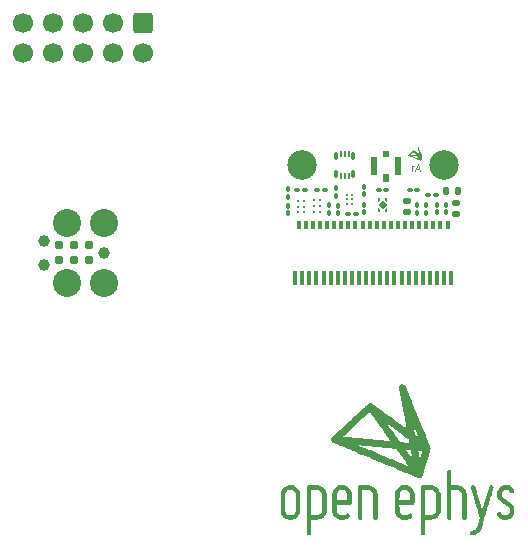
<source format=gbr>
%TF.GenerationSoftware,KiCad,Pcbnew,7.0.6*%
%TF.CreationDate,2023-09-10T10:14:11-04:00*%
%TF.ProjectId,headstage-neuropix1e,68656164-7374-4616-9765-2d6e6575726f,B*%
%TF.SameCoordinates,Original*%
%TF.FileFunction,Soldermask,Top*%
%TF.FilePolarity,Negative*%
%FSLAX46Y46*%
G04 Gerber Fmt 4.6, Leading zero omitted, Abs format (unit mm)*
G04 Created by KiCad (PCBNEW 7.0.6) date 2023-09-10 10:14:11*
%MOMM*%
%LPD*%
G01*
G04 APERTURE LIST*
G04 Aperture macros list*
%AMRoundRect*
0 Rectangle with rounded corners*
0 $1 Rounding radius*
0 $2 $3 $4 $5 $6 $7 $8 $9 X,Y pos of 4 corners*
0 Add a 4 corners polygon primitive as box body*
4,1,4,$2,$3,$4,$5,$6,$7,$8,$9,$2,$3,0*
0 Add four circle primitives for the rounded corners*
1,1,$1+$1,$2,$3*
1,1,$1+$1,$4,$5*
1,1,$1+$1,$6,$7*
1,1,$1+$1,$8,$9*
0 Add four rect primitives between the rounded corners*
20,1,$1+$1,$2,$3,$4,$5,0*
20,1,$1+$1,$4,$5,$6,$7,0*
20,1,$1+$1,$6,$7,$8,$9,0*
20,1,$1+$1,$8,$9,$2,$3,0*%
%AMRotRect*
0 Rectangle, with rotation*
0 The origin of the aperture is its center*
0 $1 length*
0 $2 width*
0 $3 Rotation angle, in degrees counterclockwise*
0 Add horizontal line*
21,1,$1,$2,0,0,$3*%
%AMFreePoly0*
4,1,6,0.180000,0.075000,0.000000,-0.105000,-0.180000,-0.105000,-0.180000,0.105000,0.180000,0.105000,0.180000,0.075000,0.180000,0.075000,$1*%
%AMFreePoly1*
4,1,6,0.180000,-0.075000,0.180000,-0.105000,-0.180000,-0.105000,-0.180000,0.105000,0.000000,0.105000,0.180000,-0.075000,0.180000,-0.075000,$1*%
%AMFreePoly2*
4,1,6,0.180000,-0.105000,0.000000,-0.105000,-0.180000,0.075000,-0.180000,0.105000,0.180000,0.105000,0.180000,-0.105000,0.180000,-0.105000,$1*%
%AMFreePoly3*
4,1,6,0.180000,-0.105000,-0.180000,-0.105000,-0.180000,-0.075000,0.000000,0.105000,0.180000,0.105000,0.180000,-0.105000,0.180000,-0.105000,$1*%
G04 Aperture macros list end*
%ADD10C,0.120000*%
%ADD11C,2.374900*%
%ADD12C,0.990600*%
%ADD13C,0.787400*%
%ADD14RoundRect,0.100000X-0.130000X-0.100000X0.130000X-0.100000X0.130000X0.100000X-0.130000X0.100000X0*%
%ADD15RoundRect,0.100000X-0.100000X0.130000X-0.100000X-0.130000X0.100000X-0.130000X0.100000X0.130000X0*%
%ADD16RoundRect,0.009000X-0.081000X-0.233500X0.081000X-0.233500X0.081000X0.233500X-0.081000X0.233500X0*%
%ADD17RoundRect,0.011500X-0.103500X-0.256000X0.103500X-0.256000X0.103500X0.256000X-0.103500X0.256000X0*%
%ADD18R,0.500000X0.650000*%
%ADD19R,0.600000X1.500000*%
%ADD20R,0.500000X0.550000*%
%ADD21RoundRect,0.100000X0.100000X-0.130000X0.100000X0.130000X-0.100000X0.130000X-0.100000X-0.130000X0*%
%ADD22RoundRect,0.140000X-0.170000X0.140000X-0.170000X-0.140000X0.170000X-0.140000X0.170000X0.140000X0*%
%ADD23C,0.330000*%
%ADD24FreePoly0,90.000000*%
%ADD25FreePoly1,90.000000*%
%ADD26FreePoly2,90.000000*%
%ADD27FreePoly3,90.000000*%
%ADD28RotRect,0.480000X0.480000X135.000000*%
%ADD29RoundRect,0.100000X0.130000X0.100000X-0.130000X0.100000X-0.130000X-0.100000X0.130000X-0.100000X0*%
%ADD30R,0.300000X1.250000*%
%ADD31R,0.300000X0.700000*%
%ADD32C,2.500000*%
%ADD33RoundRect,0.140000X-0.140000X-0.170000X0.140000X-0.170000X0.140000X0.170000X-0.140000X0.170000X0*%
%ADD34RoundRect,0.250000X-0.600000X0.600000X-0.600000X-0.600000X0.600000X-0.600000X0.600000X0.600000X0*%
%ADD35C,1.700000*%
%ADD36RoundRect,0.050000X-0.250000X0.200000X-0.250000X-0.200000X0.250000X-0.200000X0.250000X0.200000X0*%
G04 APERTURE END LIST*
D10*
X145891804Y-88980331D02*
X145891804Y-88580331D01*
X145891804Y-88694617D02*
X145920375Y-88637474D01*
X145920375Y-88637474D02*
X145948947Y-88608902D01*
X145948947Y-88608902D02*
X146006089Y-88580331D01*
X146006089Y-88580331D02*
X146063232Y-88580331D01*
X146234661Y-88808902D02*
X146520376Y-88808902D01*
X146177518Y-88980331D02*
X146377518Y-88380331D01*
X146377518Y-88380331D02*
X146577518Y-88980331D01*
%TO.C,G\u002A\u002A\u002A*%
G36*
X146447059Y-86996593D02*
G01*
X146459252Y-87003452D01*
X146468308Y-87013709D01*
X146469336Y-87015589D01*
X146471070Y-87019534D01*
X146474877Y-87028566D01*
X146480620Y-87042352D01*
X146488161Y-87060559D01*
X146497363Y-87082851D01*
X146508090Y-87108897D01*
X146520204Y-87138363D01*
X146533568Y-87170915D01*
X146548044Y-87206219D01*
X146563497Y-87243942D01*
X146579789Y-87283751D01*
X146596782Y-87325312D01*
X146614339Y-87368291D01*
X146616129Y-87372676D01*
X146633759Y-87415841D01*
X146650850Y-87457661D01*
X146667264Y-87497800D01*
X146682862Y-87535920D01*
X146697507Y-87571684D01*
X146711061Y-87604755D01*
X146723384Y-87634795D01*
X146734338Y-87661469D01*
X146743786Y-87684437D01*
X146751589Y-87703364D01*
X146757608Y-87717912D01*
X146761705Y-87727743D01*
X146763743Y-87732521D01*
X146763819Y-87732690D01*
X146769149Y-87749471D01*
X146768953Y-87765122D01*
X146766100Y-87774493D01*
X146764544Y-87779020D01*
X146761494Y-87788613D01*
X146757116Y-87802726D01*
X146751579Y-87820810D01*
X146745046Y-87842320D01*
X146737687Y-87866707D01*
X146729665Y-87893425D01*
X146721149Y-87921925D01*
X146716054Y-87939039D01*
X146707350Y-87968274D01*
X146699073Y-87996007D01*
X146691385Y-88021695D01*
X146684449Y-88044797D01*
X146678428Y-88064772D01*
X146673486Y-88081078D01*
X146669786Y-88093172D01*
X146667490Y-88100515D01*
X146666862Y-88102394D01*
X146659735Y-88113748D01*
X146648776Y-88121749D01*
X146635169Y-88126060D01*
X146620101Y-88126346D01*
X146604754Y-88122269D01*
X146601723Y-88120885D01*
X146597461Y-88118981D01*
X146588136Y-88114958D01*
X146574079Y-88108955D01*
X146555625Y-88101112D01*
X146533106Y-88091569D01*
X146506854Y-88080465D01*
X146477203Y-88067940D01*
X146444484Y-88054134D01*
X146409032Y-88039187D01*
X146371177Y-88023239D01*
X146331254Y-88006428D01*
X146289595Y-87988896D01*
X146246532Y-87970782D01*
X146202399Y-87952224D01*
X146157527Y-87933365D01*
X146112251Y-87914342D01*
X146066901Y-87895296D01*
X146021812Y-87876366D01*
X145977316Y-87857692D01*
X145933745Y-87839415D01*
X145891433Y-87821673D01*
X145850711Y-87804607D01*
X145811914Y-87788356D01*
X145775372Y-87773060D01*
X145741420Y-87758859D01*
X145710390Y-87745892D01*
X145682615Y-87734300D01*
X145668050Y-87728231D01*
X145901264Y-87728231D01*
X145901397Y-87728390D01*
X145904370Y-87729850D01*
X145912298Y-87733370D01*
X145924761Y-87738774D01*
X145941336Y-87745886D01*
X145961604Y-87754528D01*
X145985142Y-87764524D01*
X146011529Y-87775697D01*
X146040344Y-87787871D01*
X146071166Y-87800869D01*
X146103574Y-87814515D01*
X146137146Y-87828632D01*
X146171461Y-87843042D01*
X146206098Y-87857570D01*
X146240635Y-87872039D01*
X146274652Y-87886273D01*
X146307726Y-87900094D01*
X146339438Y-87913326D01*
X146369365Y-87925792D01*
X146397086Y-87937317D01*
X146422180Y-87947722D01*
X146444226Y-87956832D01*
X146462803Y-87964470D01*
X146477489Y-87970459D01*
X146487863Y-87974622D01*
X146493503Y-87976784D01*
X146494438Y-87977053D01*
X146493016Y-87974527D01*
X146488505Y-87967747D01*
X146481248Y-87957202D01*
X146471588Y-87943380D01*
X146459868Y-87926771D01*
X146446430Y-87907862D01*
X146431618Y-87887144D01*
X146421485Y-87873034D01*
X146405738Y-87851281D01*
X146390858Y-87830985D01*
X146377227Y-87812646D01*
X146365226Y-87796768D01*
X146355237Y-87783851D01*
X146350389Y-87777817D01*
X146463483Y-87777817D01*
X146464924Y-87780258D01*
X146469331Y-87786778D01*
X146476242Y-87796714D01*
X146485191Y-87809403D01*
X146495716Y-87824180D01*
X146502997Y-87834335D01*
X146514345Y-87850017D01*
X146524543Y-87863909D01*
X146533107Y-87875369D01*
X146539554Y-87883755D01*
X146543399Y-87888422D01*
X146544270Y-87889163D01*
X146544108Y-87886081D01*
X146542990Y-87878195D01*
X146541067Y-87866446D01*
X146538495Y-87851779D01*
X146535863Y-87837462D01*
X146532681Y-87820922D01*
X146529733Y-87806404D01*
X146527231Y-87794880D01*
X146526587Y-87792247D01*
X146618755Y-87792247D01*
X146618789Y-87795443D01*
X146619788Y-87803315D01*
X146621593Y-87814795D01*
X146624044Y-87828813D01*
X146625022Y-87834108D01*
X146628675Y-87853584D01*
X146631412Y-87868031D01*
X146633391Y-87878173D01*
X146634769Y-87884735D01*
X146635702Y-87888443D01*
X146636348Y-87890021D01*
X146636864Y-87890195D01*
X146637122Y-87889981D01*
X146638329Y-87886913D01*
X146640886Y-87879220D01*
X146644477Y-87867889D01*
X146648788Y-87853906D01*
X146651444Y-87845136D01*
X146655972Y-87829900D01*
X146659829Y-87816550D01*
X146662723Y-87806131D01*
X146664360Y-87799689D01*
X146664619Y-87798218D01*
X146661995Y-87796665D01*
X146655225Y-87795001D01*
X146646009Y-87793447D01*
X146636045Y-87792223D01*
X146627032Y-87791553D01*
X146620670Y-87791655D01*
X146618755Y-87792247D01*
X146526587Y-87792247D01*
X146525382Y-87787320D01*
X146524483Y-87784738D01*
X146521175Y-87783785D01*
X146513599Y-87782523D01*
X146503274Y-87781124D01*
X146491723Y-87779759D01*
X146480467Y-87778603D01*
X146471026Y-87777827D01*
X146464922Y-87777604D01*
X146463483Y-87777817D01*
X146350389Y-87777817D01*
X146347641Y-87774397D01*
X146342820Y-87768908D01*
X146341404Y-87767721D01*
X146337553Y-87767082D01*
X146328346Y-87766001D01*
X146314265Y-87764522D01*
X146295786Y-87762690D01*
X146273389Y-87760551D01*
X146247554Y-87758150D01*
X146218758Y-87755531D01*
X146187481Y-87752741D01*
X146154201Y-87749825D01*
X146126095Y-87747400D01*
X146091459Y-87744420D01*
X146058370Y-87741549D01*
X146027318Y-87738831D01*
X145998788Y-87736310D01*
X145973267Y-87734029D01*
X145951244Y-87732032D01*
X145933204Y-87730364D01*
X145919635Y-87729067D01*
X145911024Y-87728186D01*
X145908038Y-87727810D01*
X145902631Y-87727284D01*
X145901264Y-87728231D01*
X145668050Y-87728231D01*
X145658426Y-87724221D01*
X145638158Y-87715797D01*
X145622142Y-87709165D01*
X145610712Y-87704468D01*
X145604201Y-87701843D01*
X145602993Y-87701385D01*
X145590254Y-87694452D01*
X145579634Y-87684042D01*
X145572666Y-87671833D01*
X145571206Y-87666614D01*
X145570462Y-87662822D01*
X145569905Y-87659359D01*
X145569767Y-87655979D01*
X145570283Y-87652434D01*
X145571690Y-87648477D01*
X145574221Y-87643863D01*
X145578113Y-87638344D01*
X145583599Y-87631673D01*
X145590915Y-87623605D01*
X145592998Y-87621448D01*
X145722177Y-87621448D01*
X145724951Y-87622197D01*
X145732694Y-87623307D01*
X145744538Y-87624678D01*
X145759619Y-87626212D01*
X145777068Y-87627811D01*
X145781448Y-87628187D01*
X145796070Y-87629433D01*
X145810132Y-87630637D01*
X145824143Y-87631844D01*
X145838611Y-87633101D01*
X145854042Y-87634453D01*
X145870945Y-87635943D01*
X145889829Y-87637618D01*
X145911199Y-87639522D01*
X145935566Y-87641701D01*
X145963436Y-87644200D01*
X145995317Y-87647063D01*
X146031717Y-87650337D01*
X146073144Y-87654066D01*
X146099753Y-87656461D01*
X146136215Y-87659743D01*
X146167273Y-87662528D01*
X146193353Y-87664845D01*
X146214882Y-87666724D01*
X146232286Y-87668194D01*
X146245990Y-87669284D01*
X146256422Y-87670022D01*
X146264007Y-87670439D01*
X146269172Y-87670562D01*
X146272343Y-87670422D01*
X146273946Y-87670047D01*
X146274408Y-87669467D01*
X146274154Y-87668710D01*
X146273941Y-87668353D01*
X146270562Y-87663292D01*
X146264246Y-87654236D01*
X146255331Y-87641650D01*
X146244153Y-87625996D01*
X146231048Y-87607738D01*
X146216354Y-87587337D01*
X146200407Y-87565258D01*
X146183544Y-87541963D01*
X146166101Y-87517915D01*
X146148416Y-87493578D01*
X146130825Y-87469414D01*
X146125896Y-87462656D01*
X146236673Y-87462656D01*
X146238964Y-87466825D01*
X146243623Y-87473655D01*
X146247648Y-87479249D01*
X146254653Y-87488991D01*
X146264202Y-87502278D01*
X146275862Y-87518503D01*
X146289197Y-87537062D01*
X146303771Y-87557349D01*
X146319151Y-87578759D01*
X146323548Y-87584879D01*
X146392928Y-87681468D01*
X146440250Y-87686204D01*
X146457144Y-87687854D01*
X146472774Y-87689304D01*
X146485860Y-87690442D01*
X146495125Y-87691155D01*
X146498191Y-87691327D01*
X146508810Y-87691713D01*
X146504678Y-87671956D01*
X146501862Y-87661216D01*
X146498523Y-87652371D01*
X146495523Y-87647512D01*
X146492222Y-87644946D01*
X146484617Y-87639326D01*
X146473173Y-87630988D01*
X146458357Y-87620267D01*
X146440635Y-87607501D01*
X146420474Y-87593026D01*
X146398341Y-87577179D01*
X146374701Y-87560295D01*
X146366105Y-87554166D01*
X146342083Y-87537042D01*
X146319425Y-87520884D01*
X146298593Y-87506023D01*
X146280049Y-87492787D01*
X146264256Y-87481508D01*
X146251677Y-87472516D01*
X146242773Y-87466141D01*
X146238008Y-87462713D01*
X146237394Y-87462264D01*
X146236673Y-87462656D01*
X146125896Y-87462656D01*
X146113664Y-87445885D01*
X146097271Y-87423456D01*
X146081982Y-87402589D01*
X146068134Y-87383748D01*
X146056063Y-87367394D01*
X146046107Y-87353992D01*
X146038601Y-87344003D01*
X146033883Y-87337892D01*
X146032303Y-87336089D01*
X146029781Y-87338016D01*
X146023392Y-87343541D01*
X146013554Y-87352280D01*
X146000684Y-87363849D01*
X145985199Y-87377864D01*
X145967518Y-87393940D01*
X145948056Y-87411694D01*
X145927233Y-87430742D01*
X145905464Y-87450699D01*
X145883168Y-87471182D01*
X145860762Y-87491806D01*
X145838663Y-87512187D01*
X145817289Y-87531942D01*
X145797057Y-87550686D01*
X145778385Y-87568035D01*
X145761689Y-87583605D01*
X145747388Y-87597012D01*
X145735898Y-87607872D01*
X145727638Y-87615801D01*
X145723024Y-87620415D01*
X145722177Y-87621448D01*
X145592998Y-87621448D01*
X145600296Y-87613891D01*
X145611977Y-87602286D01*
X145626192Y-87588542D01*
X145643176Y-87572414D01*
X145663165Y-87553653D01*
X145686393Y-87532014D01*
X145713096Y-87507250D01*
X145743508Y-87479113D01*
X145777864Y-87447358D01*
X145795591Y-87430975D01*
X145826098Y-87402812D01*
X145855501Y-87375737D01*
X145883501Y-87350021D01*
X145909801Y-87325935D01*
X145934103Y-87303747D01*
X145956111Y-87283729D01*
X145975528Y-87266149D01*
X145992055Y-87251278D01*
X146005396Y-87239387D01*
X146015253Y-87230745D01*
X146021329Y-87225621D01*
X146023190Y-87224266D01*
X146037519Y-87220835D01*
X146052059Y-87222974D01*
X146058042Y-87225602D01*
X146061824Y-87228057D01*
X146069993Y-87233671D01*
X146082183Y-87242184D01*
X146098029Y-87253338D01*
X146117166Y-87266873D01*
X146139228Y-87282530D01*
X146163849Y-87300050D01*
X146190664Y-87319172D01*
X146219308Y-87339639D01*
X146249415Y-87361191D01*
X146271078Y-87376721D01*
X146301747Y-87398702D01*
X146331036Y-87419654D01*
X146358598Y-87439330D01*
X146384087Y-87457488D01*
X146407157Y-87473880D01*
X146427463Y-87488263D01*
X146444659Y-87500390D01*
X146458399Y-87510018D01*
X146468337Y-87516901D01*
X146474127Y-87520794D01*
X146475539Y-87521605D01*
X146475155Y-87518625D01*
X146473760Y-87510319D01*
X146471434Y-87497112D01*
X146468254Y-87479429D01*
X146466015Y-87467131D01*
X146557514Y-87467131D01*
X146557766Y-87470147D01*
X146558983Y-87478087D01*
X146561025Y-87490130D01*
X146563750Y-87505451D01*
X146567016Y-87523229D01*
X146568908Y-87533317D01*
X146581235Y-87598569D01*
X146600260Y-87612758D01*
X146611900Y-87621160D01*
X146619406Y-87625880D01*
X146623067Y-87627071D01*
X146623188Y-87624926D01*
X146609071Y-87590312D01*
X146597009Y-87560787D01*
X146586859Y-87536011D01*
X146578482Y-87515646D01*
X146571735Y-87499353D01*
X146566479Y-87486794D01*
X146562571Y-87477630D01*
X146559872Y-87471522D01*
X146558240Y-87468131D01*
X146557535Y-87467120D01*
X146557514Y-87467131D01*
X146466015Y-87467131D01*
X146464298Y-87457696D01*
X146459644Y-87432338D01*
X146454370Y-87403781D01*
X146448555Y-87372449D01*
X146442275Y-87338769D01*
X146435609Y-87303166D01*
X146431623Y-87281941D01*
X146424733Y-87245196D01*
X146418165Y-87209964D01*
X146411997Y-87176690D01*
X146406312Y-87145816D01*
X146401190Y-87117789D01*
X146396711Y-87093052D01*
X146392957Y-87072050D01*
X146390007Y-87055228D01*
X146387943Y-87043029D01*
X146386845Y-87035898D01*
X146386682Y-87034315D01*
X146388953Y-87024042D01*
X146395144Y-87012925D01*
X146404048Y-87002949D01*
X146407335Y-87000277D01*
X146419534Y-86994619D01*
X146433298Y-86993520D01*
X146447059Y-86996593D01*
G37*
G36*
X135679905Y-115571203D02*
G01*
X135784976Y-115586873D01*
X135843922Y-115602831D01*
X135970199Y-115654904D01*
X136081844Y-115723761D01*
X136183049Y-115811436D01*
X136270618Y-115912520D01*
X136339043Y-116022976D01*
X136391929Y-116148639D01*
X136392586Y-116150563D01*
X136425601Y-116247510D01*
X136425601Y-117047319D01*
X136425601Y-117847128D01*
X136392586Y-117944075D01*
X136339724Y-118069948D01*
X136270678Y-118181223D01*
X136183158Y-118282577D01*
X136075234Y-118375634D01*
X135957986Y-118446344D01*
X135831013Y-118494883D01*
X135693911Y-118521425D01*
X135625792Y-118526354D01*
X135567021Y-118527131D01*
X135510958Y-118525526D01*
X135466223Y-118521880D01*
X135450987Y-118519439D01*
X135315802Y-118481705D01*
X135196406Y-118428028D01*
X135088602Y-118356177D01*
X135007459Y-118283686D01*
X134929875Y-118196819D01*
X134869378Y-118106447D01*
X134821466Y-118005031D01*
X134793771Y-117925897D01*
X134765391Y-117835010D01*
X134765391Y-117810773D01*
X135153177Y-117810773D01*
X135186069Y-117877424D01*
X135242661Y-117970159D01*
X135311738Y-118042855D01*
X135395265Y-118097309D01*
X135453710Y-118122177D01*
X135530174Y-118139183D01*
X135616261Y-118141618D01*
X135702615Y-118129984D01*
X135779880Y-118104782D01*
X135780128Y-118104668D01*
X135856299Y-118058202D01*
X135926108Y-117993800D01*
X135983234Y-117917761D01*
X136002192Y-117883329D01*
X136037815Y-117810773D01*
X136037815Y-117047319D01*
X136037815Y-116283865D01*
X136002192Y-116211310D01*
X135951930Y-116131646D01*
X135885905Y-116060836D01*
X135810555Y-116005317D01*
X135780128Y-115989246D01*
X135742556Y-115973215D01*
X135708136Y-115963427D01*
X135668596Y-115958423D01*
X135615667Y-115956744D01*
X135595496Y-115956670D01*
X135536809Y-115957623D01*
X135494045Y-115961453D01*
X135458935Y-115969620D01*
X135423208Y-115983583D01*
X135410864Y-115989246D01*
X135337471Y-116034411D01*
X135268772Y-116096305D01*
X135212125Y-116167568D01*
X135185754Y-116214357D01*
X135153177Y-116283865D01*
X135153177Y-117047319D01*
X135153177Y-117810773D01*
X134765391Y-117810773D01*
X134765391Y-117047319D01*
X134765391Y-116259628D01*
X134793771Y-116168741D01*
X134835697Y-116055506D01*
X134887146Y-115958443D01*
X134952618Y-115870012D01*
X135007459Y-115810952D01*
X135094327Y-115733368D01*
X135184699Y-115672871D01*
X135286114Y-115624959D01*
X135365248Y-115597263D01*
X135461161Y-115576295D01*
X135569006Y-115567642D01*
X135679905Y-115571203D01*
G37*
G36*
X140049562Y-115570201D02*
G01*
X140151571Y-115584642D01*
X140200458Y-115597297D01*
X140317806Y-115641166D01*
X140418418Y-115695580D01*
X140508860Y-115764421D01*
X140551889Y-115805032D01*
X140639392Y-115904769D01*
X140707079Y-116010197D01*
X140759336Y-116128355D01*
X140767118Y-116150563D01*
X140799952Y-116247510D01*
X140800133Y-116685888D01*
X140800134Y-116800673D01*
X140799945Y-116893731D01*
X140799433Y-116967573D01*
X140798466Y-117024707D01*
X140796913Y-117067643D01*
X140794642Y-117098892D01*
X140791520Y-117120964D01*
X140787416Y-117136367D01*
X140782198Y-117147613D01*
X140775735Y-117157210D01*
X140775329Y-117157754D01*
X140746479Y-117190115D01*
X140716890Y-117216227D01*
X140708509Y-117221978D01*
X140698688Y-117226789D01*
X140685289Y-117230759D01*
X140666172Y-117233985D01*
X140639200Y-117236567D01*
X140602232Y-117238603D01*
X140553132Y-117240191D01*
X140489759Y-117241432D01*
X140409976Y-117242422D01*
X140311643Y-117243260D01*
X140192622Y-117244046D01*
X140101832Y-117244582D01*
X139520227Y-117247953D01*
X139524059Y-117529363D01*
X139527891Y-117810773D01*
X139566079Y-117891375D01*
X139619939Y-117980504D01*
X139689285Y-118051570D01*
X139776341Y-118106795D01*
X139786602Y-118111766D01*
X139831355Y-118131393D01*
X139868988Y-118142869D01*
X139909568Y-118148275D01*
X139963162Y-118149690D01*
X139970210Y-118149691D01*
X140060185Y-118142602D01*
X140138426Y-118119770D01*
X140212046Y-118078481D01*
X140264347Y-118037396D01*
X140331482Y-117990310D01*
X140396361Y-117967122D01*
X140458626Y-117967854D01*
X140517920Y-117992526D01*
X140553846Y-118020612D01*
X140596976Y-118073916D01*
X140616714Y-118130422D01*
X140613545Y-118189158D01*
X140587952Y-118249148D01*
X140540417Y-118309420D01*
X140471424Y-118369000D01*
X140381456Y-118426914D01*
X140341558Y-118448442D01*
X140235454Y-118491374D01*
X140116584Y-118519338D01*
X139991768Y-118531641D01*
X139867826Y-118527592D01*
X139756596Y-118507834D01*
X139622375Y-118460663D01*
X139501263Y-118393572D01*
X139394573Y-118307812D01*
X139303619Y-118204634D01*
X139229712Y-118085291D01*
X139174904Y-117953294D01*
X139140105Y-117847128D01*
X139140105Y-117047319D01*
X139140105Y-116859485D01*
X139519910Y-116859485D01*
X139970210Y-116859485D01*
X140420510Y-116859485D01*
X140416478Y-116571675D01*
X140412447Y-116283865D01*
X140376974Y-116211419D01*
X140326945Y-116132002D01*
X140261086Y-116061260D01*
X140185886Y-116005684D01*
X140154842Y-115989246D01*
X140117270Y-115973215D01*
X140082849Y-115963427D01*
X140043310Y-115958423D01*
X139990381Y-115956744D01*
X139970210Y-115956670D01*
X139911522Y-115957623D01*
X139868759Y-115961453D01*
X139833649Y-115969620D01*
X139797922Y-115983583D01*
X139785578Y-115989246D01*
X139708467Y-116036992D01*
X139638118Y-116102483D01*
X139581020Y-116179230D01*
X139563446Y-116211419D01*
X139527973Y-116283865D01*
X139523941Y-116571675D01*
X139519910Y-116859485D01*
X139140105Y-116859485D01*
X139140105Y-116247510D01*
X139173120Y-116150563D01*
X139223471Y-116029171D01*
X139288373Y-115921920D01*
X139372277Y-115821671D01*
X139388531Y-115805032D01*
X139476368Y-115727614D01*
X139571125Y-115666543D01*
X139679367Y-115617939D01*
X139739962Y-115597297D01*
X139834414Y-115576529D01*
X139940729Y-115567497D01*
X140049562Y-115570201D01*
G37*
G36*
X145357387Y-115570201D02*
G01*
X145459396Y-115584642D01*
X145508282Y-115597297D01*
X145625631Y-115641166D01*
X145726242Y-115695580D01*
X145816684Y-115764421D01*
X145859714Y-115805032D01*
X145947216Y-115904769D01*
X146014904Y-116010197D01*
X146067160Y-116128355D01*
X146074942Y-116150563D01*
X146107776Y-116247510D01*
X146107958Y-116685888D01*
X146107959Y-116800673D01*
X146107769Y-116893731D01*
X146107257Y-116967573D01*
X146106290Y-117024707D01*
X146104738Y-117067643D01*
X146102466Y-117098892D01*
X146099345Y-117120964D01*
X146095241Y-117136367D01*
X146090023Y-117147613D01*
X146083559Y-117157210D01*
X146083154Y-117157754D01*
X146054304Y-117190115D01*
X146024715Y-117216227D01*
X146016334Y-117221978D01*
X146006513Y-117226789D01*
X145993113Y-117230759D01*
X145973997Y-117233985D01*
X145947024Y-117236567D01*
X145910057Y-117238603D01*
X145860956Y-117240191D01*
X145797584Y-117241432D01*
X145717800Y-117242422D01*
X145619467Y-117243260D01*
X145500446Y-117244046D01*
X145409656Y-117244582D01*
X144828051Y-117247953D01*
X144831883Y-117529363D01*
X144835716Y-117810773D01*
X144873903Y-117891375D01*
X144927763Y-117980504D01*
X144997109Y-118051570D01*
X145084166Y-118106795D01*
X145094427Y-118111766D01*
X145139179Y-118131393D01*
X145176812Y-118142869D01*
X145217392Y-118148275D01*
X145270987Y-118149690D01*
X145278034Y-118149691D01*
X145368009Y-118142602D01*
X145446250Y-118119770D01*
X145519871Y-118078481D01*
X145572171Y-118037396D01*
X145639306Y-117990310D01*
X145704185Y-117967122D01*
X145766451Y-117967854D01*
X145825744Y-117992526D01*
X145861671Y-118020612D01*
X145904800Y-118073916D01*
X145924539Y-118130422D01*
X145921370Y-118189158D01*
X145895776Y-118249148D01*
X145848242Y-118309420D01*
X145779249Y-118369000D01*
X145689281Y-118426914D01*
X145649382Y-118448442D01*
X145543278Y-118491374D01*
X145424408Y-118519338D01*
X145299592Y-118531641D01*
X145175650Y-118527592D01*
X145064421Y-118507834D01*
X144930200Y-118460663D01*
X144809088Y-118393572D01*
X144702398Y-118307812D01*
X144611443Y-118204634D01*
X144537536Y-118085291D01*
X144482728Y-117953294D01*
X144447929Y-117847128D01*
X144447929Y-117047319D01*
X144447929Y-116859485D01*
X144827734Y-116859485D01*
X145278034Y-116859485D01*
X145728335Y-116859485D01*
X145724303Y-116571675D01*
X145720271Y-116283865D01*
X145684798Y-116211419D01*
X145634770Y-116132002D01*
X145568911Y-116061260D01*
X145493710Y-116005684D01*
X145462666Y-115989246D01*
X145425094Y-115973215D01*
X145390674Y-115963427D01*
X145351134Y-115958423D01*
X145298205Y-115956744D01*
X145278034Y-115956670D01*
X145219347Y-115957623D01*
X145176584Y-115961453D01*
X145141474Y-115969620D01*
X145105746Y-115983583D01*
X145093402Y-115989246D01*
X145016291Y-116036992D01*
X144945942Y-116102483D01*
X144888845Y-116179230D01*
X144871270Y-116211419D01*
X144835798Y-116283865D01*
X144831766Y-116571675D01*
X144827734Y-116859485D01*
X144447929Y-116859485D01*
X144447929Y-116247510D01*
X144480945Y-116150563D01*
X144531296Y-116029171D01*
X144596198Y-115921920D01*
X144680102Y-115821671D01*
X144696355Y-115805032D01*
X144784192Y-115727614D01*
X144878949Y-115666543D01*
X144987191Y-115617939D01*
X145047786Y-115597297D01*
X145142239Y-115576529D01*
X145248553Y-115567497D01*
X145357387Y-115570201D01*
G37*
G36*
X142409158Y-115631108D02*
G01*
X142510179Y-115672085D01*
X142595146Y-115718428D01*
X142672241Y-115775233D01*
X142738331Y-115836188D01*
X142826347Y-115937270D01*
X142894769Y-116046956D01*
X142947452Y-116171455D01*
X142948597Y-116174800D01*
X142981613Y-116271747D01*
X142981613Y-117340295D01*
X142981605Y-117525560D01*
X142981557Y-117688125D01*
X142981436Y-117829528D01*
X142981205Y-117951306D01*
X142980831Y-118054997D01*
X142980278Y-118142137D01*
X142979511Y-118214265D01*
X142978497Y-118272916D01*
X142977198Y-118319629D01*
X142975582Y-118355941D01*
X142973613Y-118383389D01*
X142971256Y-118403511D01*
X142968476Y-118417842D01*
X142965238Y-118427922D01*
X142961509Y-118435287D01*
X142957252Y-118441475D01*
X142956627Y-118442314D01*
X142914874Y-118488489D01*
X142870244Y-118514805D01*
X142815110Y-118525169D01*
X142793779Y-118525754D01*
X142733627Y-118519714D01*
X142686440Y-118498989D01*
X142644588Y-118459670D01*
X142630930Y-118442328D01*
X142626561Y-118436074D01*
X142622721Y-118428728D01*
X142619369Y-118418741D01*
X142616457Y-118404560D01*
X142613943Y-118384633D01*
X142611782Y-118357410D01*
X142609929Y-118321339D01*
X142608340Y-118274869D01*
X142606970Y-118216448D01*
X142605775Y-118144524D01*
X142604711Y-118057547D01*
X142603733Y-117953965D01*
X142602797Y-117832227D01*
X142601858Y-117690781D01*
X142600871Y-117528075D01*
X142599885Y-117358487D01*
X142593826Y-116308101D01*
X142558313Y-116235656D01*
X142503336Y-116149665D01*
X142430499Y-116075823D01*
X142345189Y-116019515D01*
X142339077Y-116016461D01*
X142266632Y-115980989D01*
X141978993Y-115976959D01*
X141691355Y-115972929D01*
X141688154Y-117190894D01*
X141687625Y-117389469D01*
X141687124Y-117565241D01*
X141686618Y-117719646D01*
X141686075Y-117854118D01*
X141685463Y-117970091D01*
X141684750Y-118069000D01*
X141683902Y-118152279D01*
X141682888Y-118221362D01*
X141681675Y-118277684D01*
X141680232Y-118322680D01*
X141678525Y-118357783D01*
X141676523Y-118384429D01*
X141674193Y-118404052D01*
X141671503Y-118418086D01*
X141668420Y-118427965D01*
X141664913Y-118435125D01*
X141660948Y-118440999D01*
X141659967Y-118442321D01*
X141631895Y-118474026D01*
X141603308Y-118499431D01*
X141562652Y-118518180D01*
X141510154Y-118527306D01*
X141456592Y-118525881D01*
X141417748Y-118515439D01*
X141373953Y-118485818D01*
X141336542Y-118443296D01*
X141312748Y-118396704D01*
X141309301Y-118383007D01*
X141308391Y-118365825D01*
X141307579Y-118326024D01*
X141306869Y-118265224D01*
X141306264Y-118185042D01*
X141305771Y-118087097D01*
X141305391Y-117973008D01*
X141305131Y-117844392D01*
X141304993Y-117702868D01*
X141304982Y-117550055D01*
X141305103Y-117387570D01*
X141305359Y-117217033D01*
X141305755Y-117040061D01*
X141305790Y-117026998D01*
X141306345Y-116820052D01*
X141306867Y-116635966D01*
X141307386Y-116473364D01*
X141307931Y-116330868D01*
X141308531Y-116207102D01*
X141309215Y-116100690D01*
X141310012Y-116010254D01*
X141310950Y-115934418D01*
X141312059Y-115871806D01*
X141313369Y-115821041D01*
X141314907Y-115780746D01*
X141316703Y-115749545D01*
X141318787Y-115726060D01*
X141321186Y-115708916D01*
X141323931Y-115696736D01*
X141327050Y-115688143D01*
X141330572Y-115681760D01*
X141334270Y-115676554D01*
X141363130Y-115644214D01*
X141392751Y-115618106D01*
X141402337Y-115611567D01*
X141413438Y-115606281D01*
X141428566Y-115602113D01*
X141450228Y-115598932D01*
X141480936Y-115596605D01*
X141523200Y-115594999D01*
X141579528Y-115593980D01*
X141652432Y-115593416D01*
X141744420Y-115593174D01*
X141858004Y-115593121D01*
X141864616Y-115593121D01*
X142302987Y-115593121D01*
X142409158Y-115631108D01*
G37*
G36*
X149094864Y-114278263D02*
G01*
X149142051Y-114298988D01*
X149183903Y-114338305D01*
X149197562Y-114355649D01*
X149203241Y-114363914D01*
X149208003Y-114373596D01*
X149211944Y-114386802D01*
X149215158Y-114405637D01*
X149217739Y-114432207D01*
X149219783Y-114468619D01*
X149221383Y-114516978D01*
X149222635Y-114579391D01*
X149223632Y-114657964D01*
X149224469Y-114754802D01*
X149225242Y-114872012D01*
X149225905Y-114987016D01*
X149229263Y-115584929D01*
X149534923Y-115589753D01*
X149629783Y-115591358D01*
X149704152Y-115593047D01*
X149761772Y-115595165D01*
X149806388Y-115598056D01*
X149841743Y-115602067D01*
X149871581Y-115607541D01*
X149899645Y-115614825D01*
X149929679Y-115624263D01*
X149937529Y-115626864D01*
X150063757Y-115679087D01*
X150175205Y-115747820D01*
X150276656Y-115835673D01*
X150364225Y-115936757D01*
X150432650Y-116047213D01*
X150485535Y-116172876D01*
X150486193Y-116174800D01*
X150519208Y-116271747D01*
X150519208Y-117340295D01*
X150519200Y-117525560D01*
X150519153Y-117688125D01*
X150519031Y-117829528D01*
X150518801Y-117951306D01*
X150518426Y-118054997D01*
X150517873Y-118142137D01*
X150517107Y-118214265D01*
X150516092Y-118272916D01*
X150514794Y-118319629D01*
X150513177Y-118355941D01*
X150511208Y-118383389D01*
X150508851Y-118403511D01*
X150506071Y-118417842D01*
X150502834Y-118427922D01*
X150499104Y-118435287D01*
X150494847Y-118441475D01*
X150494223Y-118442314D01*
X150452470Y-118488489D01*
X150407839Y-118514805D01*
X150352705Y-118525169D01*
X150331374Y-118525754D01*
X150271223Y-118519714D01*
X150224035Y-118498989D01*
X150182183Y-118459670D01*
X150168525Y-118442328D01*
X150164156Y-118436074D01*
X150160317Y-118428728D01*
X150156964Y-118418741D01*
X150154053Y-118404560D01*
X150151539Y-118384633D01*
X150149377Y-118357410D01*
X150147524Y-118321339D01*
X150145935Y-118274869D01*
X150144565Y-118216448D01*
X150143371Y-118144524D01*
X150142306Y-118057547D01*
X150141328Y-117953965D01*
X150140392Y-117832227D01*
X150139453Y-117690781D01*
X150138467Y-117528075D01*
X150137481Y-117358487D01*
X150131422Y-116308101D01*
X150095908Y-116235656D01*
X150040931Y-116149665D01*
X149968094Y-116075823D01*
X149882785Y-116019515D01*
X149876673Y-116016461D01*
X149804227Y-115980989D01*
X149516589Y-115976959D01*
X149228950Y-115972929D01*
X149225749Y-117190894D01*
X149225220Y-117389469D01*
X149224719Y-117565241D01*
X149224214Y-117719646D01*
X149223671Y-117854118D01*
X149223059Y-117970091D01*
X149222345Y-118069000D01*
X149221497Y-118152279D01*
X149220483Y-118221362D01*
X149219271Y-118277684D01*
X149217827Y-118322680D01*
X149216120Y-118357783D01*
X149214118Y-118384429D01*
X149211788Y-118404052D01*
X149209098Y-118418086D01*
X149206016Y-118427965D01*
X149202508Y-118435125D01*
X149198544Y-118440999D01*
X149197562Y-118442321D01*
X149169491Y-118474026D01*
X149140903Y-118499431D01*
X149100248Y-118518180D01*
X149047749Y-118527306D01*
X148994187Y-118525881D01*
X148955344Y-118515439D01*
X148911557Y-118485827D01*
X148874159Y-118443323D01*
X148850377Y-118396752D01*
X148846923Y-118383007D01*
X148846177Y-118366758D01*
X148845495Y-118327576D01*
X148844879Y-118266765D01*
X148844331Y-118185628D01*
X148843855Y-118085469D01*
X148843451Y-117967593D01*
X148843123Y-117833302D01*
X148842873Y-117683901D01*
X148842703Y-117520693D01*
X148842615Y-117344982D01*
X148842611Y-117158071D01*
X148842694Y-116961264D01*
X148842866Y-116755866D01*
X148843130Y-116543179D01*
X148843412Y-116366551D01*
X148843863Y-116110360D01*
X148844289Y-115877291D01*
X148844703Y-115666231D01*
X148845123Y-115476066D01*
X148845563Y-115305681D01*
X148846041Y-115153963D01*
X148846570Y-115019798D01*
X148847167Y-114902071D01*
X148847849Y-114799669D01*
X148848630Y-114711478D01*
X148849526Y-114636384D01*
X148850554Y-114573272D01*
X148851729Y-114521029D01*
X148853066Y-114478541D01*
X148854581Y-114444694D01*
X148856291Y-114418374D01*
X148858211Y-114398466D01*
X148860357Y-114383858D01*
X148862744Y-114373434D01*
X148865388Y-114366081D01*
X148868306Y-114360685D01*
X148871512Y-114356132D01*
X148871865Y-114355658D01*
X148913620Y-114309486D01*
X148958249Y-114283172D01*
X149013379Y-114272809D01*
X149034714Y-114272224D01*
X149094864Y-114278263D01*
G37*
G36*
X153869924Y-115569524D02*
G01*
X153933879Y-115570442D01*
X153981639Y-115573382D01*
X154021231Y-115579653D01*
X154060686Y-115590564D01*
X154108033Y-115607422D01*
X154112290Y-115609025D01*
X154231959Y-115664692D01*
X154340146Y-115736020D01*
X154433143Y-115820039D01*
X154507242Y-115913781D01*
X154521323Y-115936578D01*
X154548183Y-116002277D01*
X154553333Y-116066957D01*
X154537747Y-116126721D01*
X154502401Y-116177676D01*
X154451788Y-116214185D01*
X154384946Y-116236343D01*
X154320536Y-116235630D01*
X154261992Y-116213011D01*
X154212749Y-116169452D01*
X154193554Y-116141609D01*
X154137319Y-116065964D01*
X154068749Y-116010659D01*
X153986860Y-115975154D01*
X153890669Y-115958911D01*
X153857805Y-115957703D01*
X153775141Y-115962140D01*
X153707490Y-115979087D01*
X153647639Y-116011387D01*
X153588375Y-116061889D01*
X153584824Y-116065416D01*
X153527794Y-116137812D01*
X153490141Y-116219013D01*
X153472099Y-116304968D01*
X153473901Y-116391625D01*
X153495779Y-116474932D01*
X153537964Y-116550836D01*
X153555708Y-116572807D01*
X153579191Y-116594991D01*
X153620389Y-116628916D01*
X153676920Y-116672781D01*
X153746404Y-116724780D01*
X153826455Y-116783111D01*
X153914694Y-116845970D01*
X153940700Y-116864246D01*
X154023818Y-116923056D01*
X154103327Y-116980384D01*
X154176299Y-117034038D01*
X154239805Y-117081828D01*
X154290917Y-117121560D01*
X154326707Y-117151042D01*
X154339422Y-117162714D01*
X154423237Y-117260018D01*
X154487908Y-117366571D01*
X154529351Y-117464866D01*
X154544543Y-117509474D01*
X154554889Y-117546869D01*
X154561321Y-117583767D01*
X154564772Y-117626885D01*
X154566174Y-117682939D01*
X154566432Y-117732004D01*
X154563355Y-117837229D01*
X154552540Y-117925498D01*
X154532241Y-118003343D01*
X154500712Y-118077292D01*
X154456208Y-118153875D01*
X154451781Y-118160698D01*
X154367717Y-118268615D01*
X154268931Y-118359566D01*
X154158151Y-118432467D01*
X154038100Y-118486231D01*
X153911505Y-118519772D01*
X153781091Y-118532003D01*
X153649582Y-118521839D01*
X153581865Y-118507394D01*
X153459443Y-118464139D01*
X153344130Y-118401695D01*
X153240391Y-118323189D01*
X153152689Y-118231748D01*
X153115073Y-118180382D01*
X153078033Y-118108633D01*
X153062328Y-118040394D01*
X153067257Y-117978214D01*
X153092120Y-117924640D01*
X153136218Y-117882221D01*
X153198850Y-117853504D01*
X153205396Y-117851672D01*
X153272512Y-117843784D01*
X153331327Y-117858585D01*
X153383002Y-117896457D01*
X153399970Y-117915674D01*
X153452247Y-117978882D01*
X153495455Y-118025801D01*
X153533842Y-118060389D01*
X153571656Y-118086608D01*
X153599800Y-118101972D01*
X153638040Y-118119536D01*
X153672049Y-118130140D01*
X153710543Y-118135512D01*
X153762240Y-118137379D01*
X153779036Y-118137504D01*
X153835008Y-118136824D01*
X153875296Y-118133120D01*
X153908414Y-118124751D01*
X153942875Y-118110074D01*
X153956633Y-118103242D01*
X154035680Y-118051531D01*
X154103569Y-117984258D01*
X154150657Y-117913779D01*
X154163875Y-117884998D01*
X154172268Y-117855823D01*
X154176871Y-117819596D01*
X154178721Y-117769658D01*
X154178941Y-117732004D01*
X154178438Y-117673331D01*
X154176073Y-117632009D01*
X154170557Y-117601159D01*
X154160603Y-117573901D01*
X154144923Y-117543356D01*
X154142972Y-117539822D01*
X154130672Y-117518304D01*
X154118006Y-117498797D01*
X154103007Y-117479687D01*
X154083708Y-117459359D01*
X154058140Y-117436199D01*
X154024338Y-117408592D01*
X153980332Y-117374924D01*
X153924155Y-117333580D01*
X153853841Y-117282946D01*
X153767421Y-117221408D01*
X153675685Y-117156384D01*
X153578091Y-117086563D01*
X153490611Y-117022566D01*
X153415216Y-116965902D01*
X153353877Y-116918079D01*
X153308565Y-116880605D01*
X153281251Y-116854989D01*
X153279840Y-116853426D01*
X153205757Y-116753023D01*
X153146121Y-116637151D01*
X153116719Y-116556527D01*
X153096402Y-116464230D01*
X153087360Y-116361315D01*
X153089626Y-116256838D01*
X153103230Y-116159856D01*
X153115169Y-116114208D01*
X153166363Y-115991805D01*
X153237896Y-115879792D01*
X153327166Y-115780734D01*
X153431575Y-115697194D01*
X153548523Y-115631735D01*
X153639676Y-115597039D01*
X153689104Y-115583440D01*
X153736420Y-115574981D01*
X153789966Y-115570663D01*
X153858086Y-115569491D01*
X153869924Y-115569524D01*
G37*
G36*
X152690300Y-115586672D02*
G01*
X152741428Y-115619272D01*
X152779637Y-115665975D01*
X152800714Y-115723608D01*
X152803511Y-115755273D01*
X152800110Y-115769859D01*
X152790211Y-115806113D01*
X152774274Y-115862485D01*
X152752759Y-115937427D01*
X152726124Y-116029389D01*
X152694830Y-116136822D01*
X152659336Y-116258176D01*
X152620100Y-116391903D01*
X152577583Y-116536454D01*
X152532243Y-116690279D01*
X152484541Y-116851829D01*
X152434935Y-117019555D01*
X152383884Y-117191908D01*
X152331849Y-117367339D01*
X152279288Y-117544298D01*
X152226662Y-117721237D01*
X152174428Y-117896605D01*
X152123047Y-118068855D01*
X152072978Y-118236436D01*
X152024680Y-118397800D01*
X151978613Y-118551397D01*
X151935236Y-118695679D01*
X151895009Y-118829096D01*
X151858390Y-118950099D01*
X151825839Y-119057139D01*
X151797816Y-119148666D01*
X151784367Y-119192262D01*
X151747143Y-119299892D01*
X151706728Y-119389274D01*
X151659723Y-119466391D01*
X151602729Y-119537232D01*
X151567602Y-119573989D01*
X151456614Y-119668708D01*
X151336017Y-119741712D01*
X151207033Y-119792436D01*
X151070887Y-119820311D01*
X151028177Y-119824176D01*
X150976292Y-119826545D01*
X150940044Y-119824767D01*
X150911012Y-119817611D01*
X150880771Y-119803848D01*
X150877595Y-119802186D01*
X150824873Y-119762102D01*
X150792043Y-119708406D01*
X150779818Y-119642307D01*
X150779752Y-119636601D01*
X150787824Y-119570555D01*
X150812907Y-119518898D01*
X150856297Y-119480471D01*
X150919293Y-119454116D01*
X151001366Y-119438879D01*
X151110763Y-119416736D01*
X151203984Y-119376568D01*
X151281111Y-119318322D01*
X151342228Y-119241945D01*
X151358037Y-119214390D01*
X151372275Y-119182317D01*
X151391144Y-119132170D01*
X151413664Y-119067237D01*
X151438856Y-118990810D01*
X151465740Y-118906178D01*
X151493336Y-118816631D01*
X151520665Y-118725459D01*
X151546748Y-118635952D01*
X151570604Y-118551401D01*
X151591254Y-118475095D01*
X151607719Y-118410325D01*
X151619018Y-118360379D01*
X151624174Y-118328550D01*
X151624162Y-118320577D01*
X151619866Y-118304024D01*
X151609067Y-118265852D01*
X151592235Y-118207652D01*
X151569842Y-118131017D01*
X151542357Y-118037538D01*
X151510252Y-117928807D01*
X151473998Y-117806418D01*
X151434064Y-117671961D01*
X151390922Y-117527028D01*
X151345043Y-117373213D01*
X151296897Y-117212106D01*
X151258452Y-117083674D01*
X151208664Y-116917389D01*
X151160608Y-116756738D01*
X151114771Y-116603357D01*
X151071640Y-116458883D01*
X151031702Y-116324951D01*
X150995444Y-116203198D01*
X150963353Y-116095261D01*
X150935916Y-116002775D01*
X150913621Y-115927378D01*
X150896953Y-115870704D01*
X150886401Y-115834392D01*
X150882806Y-115821555D01*
X150873826Y-115749357D01*
X150887148Y-115686349D01*
X150922936Y-115631851D01*
X150930905Y-115623732D01*
X150982729Y-115588446D01*
X151041385Y-115572398D01*
X151101455Y-115574801D01*
X151157522Y-115594868D01*
X151204168Y-115631810D01*
X151228130Y-115666928D01*
X151234300Y-115683806D01*
X151246798Y-115722147D01*
X151265082Y-115780171D01*
X151288610Y-115856100D01*
X151316839Y-115948153D01*
X151349227Y-116054551D01*
X151385231Y-116173515D01*
X151424310Y-116303265D01*
X151465920Y-116442023D01*
X151509520Y-116588007D01*
X151537147Y-116680809D01*
X151581382Y-116829345D01*
X151623711Y-116971022D01*
X151663619Y-117104144D01*
X151700591Y-117227016D01*
X151734113Y-117337942D01*
X151763670Y-117435226D01*
X151788747Y-117517172D01*
X151808829Y-117582084D01*
X151823403Y-117628267D01*
X151831953Y-117654026D01*
X151834046Y-117659014D01*
X151838398Y-117647704D01*
X151849170Y-117614919D01*
X151865824Y-117562400D01*
X151887825Y-117491890D01*
X151914638Y-117405131D01*
X151945726Y-117303864D01*
X151980554Y-117189832D01*
X152018586Y-117064776D01*
X152059287Y-116930438D01*
X152102119Y-116788561D01*
X152118203Y-116735159D01*
X152162276Y-116588751D01*
X152204771Y-116447602D01*
X152245106Y-116313648D01*
X152282698Y-116188824D01*
X152316963Y-116075067D01*
X152347318Y-115974312D01*
X152373181Y-115888495D01*
X152393968Y-115819550D01*
X152409096Y-115769415D01*
X152417982Y-115740023D01*
X152419247Y-115735858D01*
X152449911Y-115664290D01*
X152492481Y-115613326D01*
X152547881Y-115581962D01*
X152566140Y-115576475D01*
X152630466Y-115571348D01*
X152690300Y-115586672D01*
G37*
G36*
X138082917Y-115631108D02*
G01*
X138183939Y-115672085D01*
X138268906Y-115718428D01*
X138346001Y-115775233D01*
X138412090Y-115836188D01*
X138500107Y-115937270D01*
X138568528Y-116046956D01*
X138621212Y-116171455D01*
X138622357Y-116174800D01*
X138655372Y-116271747D01*
X138655372Y-117047319D01*
X138655372Y-117822892D01*
X138622357Y-117919838D01*
X138570016Y-118044785D01*
X138502034Y-118154765D01*
X138414553Y-118255986D01*
X138412090Y-118258450D01*
X138334445Y-118328936D01*
X138256000Y-118384216D01*
X138168479Y-118429432D01*
X138082917Y-118463039D01*
X138049863Y-118474551D01*
X138021441Y-118483474D01*
X137993895Y-118490193D01*
X137963470Y-118495093D01*
X137926409Y-118498560D01*
X137878956Y-118500979D01*
X137817355Y-118502734D01*
X137737851Y-118504211D01*
X137671086Y-118505262D01*
X137365427Y-118509987D01*
X137362069Y-119107761D01*
X137361279Y-119243578D01*
X137360502Y-119357266D01*
X137359644Y-119450929D01*
X137358612Y-119526675D01*
X137357309Y-119586610D01*
X137355641Y-119632840D01*
X137353515Y-119667472D01*
X137350835Y-119692611D01*
X137347506Y-119710365D01*
X137343435Y-119722840D01*
X137338526Y-119732141D01*
X137333726Y-119738989D01*
X137305652Y-119770692D01*
X137277067Y-119796092D01*
X137236412Y-119814840D01*
X137183913Y-119823966D01*
X137130352Y-119822541D01*
X137091508Y-119812099D01*
X137047721Y-119782487D01*
X137010323Y-119739983D01*
X136986541Y-119693412D01*
X136983087Y-119679667D01*
X136982339Y-119663405D01*
X136981654Y-119624215D01*
X136981037Y-119563404D01*
X136980489Y-119482279D01*
X136980012Y-119382151D01*
X136979608Y-119264325D01*
X136979281Y-119130110D01*
X136979032Y-118980814D01*
X136978863Y-118817745D01*
X136978777Y-118642211D01*
X136978776Y-118455520D01*
X136978863Y-118258979D01*
X136979039Y-118053897D01*
X136979307Y-117841582D01*
X136979575Y-117675329D01*
X136980029Y-117419960D01*
X136980455Y-117187710D01*
X136980871Y-116977462D01*
X136981292Y-116788097D01*
X136981735Y-116618499D01*
X136982214Y-116467550D01*
X136982747Y-116334132D01*
X136983348Y-116217128D01*
X136984034Y-116115421D01*
X136984821Y-116027892D01*
X136985464Y-115974848D01*
X137364771Y-115974848D01*
X137364771Y-117047319D01*
X137364771Y-118119790D01*
X137624235Y-118119790D01*
X137715010Y-118119486D01*
X137785518Y-118118395D01*
X137839724Y-118116249D01*
X137881593Y-118112780D01*
X137915089Y-118107720D01*
X137944177Y-118100802D01*
X137955662Y-118097393D01*
X138051140Y-118056301D01*
X138131679Y-117996722D01*
X138198264Y-117917776D01*
X138241677Y-117841069D01*
X138247011Y-117829388D01*
X138251558Y-117817262D01*
X138255380Y-117802765D01*
X138258541Y-117783971D01*
X138261103Y-117758953D01*
X138263129Y-117725786D01*
X138264681Y-117682543D01*
X138265824Y-117627299D01*
X138266619Y-117558127D01*
X138267130Y-117473102D01*
X138267419Y-117370297D01*
X138267550Y-117247787D01*
X138267585Y-117103645D01*
X138267586Y-117047319D01*
X138267570Y-116895093D01*
X138267480Y-116765177D01*
X138267254Y-116655646D01*
X138266829Y-116564573D01*
X138266141Y-116490033D01*
X138265128Y-116430100D01*
X138263727Y-116382846D01*
X138261875Y-116346347D01*
X138259509Y-116318677D01*
X138256567Y-116297908D01*
X138252985Y-116282116D01*
X138248700Y-116269374D01*
X138243651Y-116257756D01*
X138241677Y-116253569D01*
X138185429Y-116158686D01*
X138116004Y-116083868D01*
X138032418Y-116028233D01*
X137955662Y-115997245D01*
X137927232Y-115989493D01*
X137896008Y-115983710D01*
X137858025Y-115979626D01*
X137809317Y-115976974D01*
X137745921Y-115975486D01*
X137663871Y-115974894D01*
X137624235Y-115974848D01*
X137364771Y-115974848D01*
X136985464Y-115974848D01*
X136985724Y-115953425D01*
X136986760Y-115890902D01*
X136987945Y-115839204D01*
X136989293Y-115797216D01*
X136990822Y-115763818D01*
X136992548Y-115737894D01*
X136994485Y-115718327D01*
X136996650Y-115703998D01*
X136999059Y-115693790D01*
X137001728Y-115686585D01*
X137004673Y-115681267D01*
X137007909Y-115676717D01*
X137008029Y-115676555D01*
X137036890Y-115644214D01*
X137066510Y-115618106D01*
X137076096Y-115611567D01*
X137087198Y-115606281D01*
X137102325Y-115602113D01*
X137123988Y-115598932D01*
X137154696Y-115596605D01*
X137196959Y-115594999D01*
X137253288Y-115593980D01*
X137326191Y-115593416D01*
X137418180Y-115593174D01*
X137531763Y-115593121D01*
X137538376Y-115593121D01*
X137976746Y-115593121D01*
X138082917Y-115631108D01*
G37*
G36*
X147729101Y-115631108D02*
G01*
X147830122Y-115672085D01*
X147915089Y-115718428D01*
X147992184Y-115775233D01*
X148058273Y-115836188D01*
X148146290Y-115937270D01*
X148214712Y-116046956D01*
X148267395Y-116171455D01*
X148268540Y-116174800D01*
X148301555Y-116271747D01*
X148301555Y-117047319D01*
X148301555Y-117822892D01*
X148268540Y-117919838D01*
X148216200Y-118044785D01*
X148148217Y-118154765D01*
X148060736Y-118255986D01*
X148058273Y-118258450D01*
X147980628Y-118328936D01*
X147902183Y-118384216D01*
X147814662Y-118429432D01*
X147729101Y-118463039D01*
X147696046Y-118474551D01*
X147667624Y-118483474D01*
X147640079Y-118490193D01*
X147609653Y-118495093D01*
X147572592Y-118498560D01*
X147525139Y-118500979D01*
X147463538Y-118502734D01*
X147384034Y-118504211D01*
X147317270Y-118505262D01*
X147011610Y-118509987D01*
X147008253Y-119107761D01*
X147007462Y-119243578D01*
X147006685Y-119357266D01*
X147005828Y-119450929D01*
X147004795Y-119526675D01*
X147003492Y-119586610D01*
X147001824Y-119632840D01*
X146999698Y-119667472D01*
X146997018Y-119692611D01*
X146993689Y-119710365D01*
X146989618Y-119722840D01*
X146984709Y-119732141D01*
X146979910Y-119738989D01*
X146951835Y-119770692D01*
X146923250Y-119796092D01*
X146882595Y-119814840D01*
X146830096Y-119823966D01*
X146776535Y-119822541D01*
X146737691Y-119812099D01*
X146693904Y-119782487D01*
X146656506Y-119739983D01*
X146632724Y-119693412D01*
X146629270Y-119679667D01*
X146628522Y-119663405D01*
X146627838Y-119624215D01*
X146627220Y-119563404D01*
X146626672Y-119482279D01*
X146626195Y-119382151D01*
X146625791Y-119264325D01*
X146625464Y-119130110D01*
X146625215Y-118980814D01*
X146625046Y-118817745D01*
X146624960Y-118642211D01*
X146624959Y-118455520D01*
X146625046Y-118258979D01*
X146625222Y-118053897D01*
X146625490Y-117841582D01*
X146625759Y-117675329D01*
X146626212Y-117419960D01*
X146626638Y-117187710D01*
X146627054Y-116977462D01*
X146627476Y-116788097D01*
X146627918Y-116618499D01*
X146628397Y-116467550D01*
X146628930Y-116334132D01*
X146629531Y-116217128D01*
X146630217Y-116115421D01*
X146631004Y-116027892D01*
X146631647Y-115974848D01*
X147010954Y-115974848D01*
X147010954Y-117047319D01*
X147010954Y-118119790D01*
X147270418Y-118119790D01*
X147361193Y-118119486D01*
X147431701Y-118118395D01*
X147485907Y-118116249D01*
X147527776Y-118112780D01*
X147561272Y-118107720D01*
X147590360Y-118100802D01*
X147601845Y-118097393D01*
X147697323Y-118056301D01*
X147777862Y-117996722D01*
X147844447Y-117917776D01*
X147887860Y-117841069D01*
X147893194Y-117829388D01*
X147897741Y-117817262D01*
X147901563Y-117802765D01*
X147904724Y-117783971D01*
X147907286Y-117758953D01*
X147909312Y-117725786D01*
X147910865Y-117682543D01*
X147912007Y-117627299D01*
X147912803Y-117558127D01*
X147913313Y-117473102D01*
X147913603Y-117370297D01*
X147913733Y-117247787D01*
X147913768Y-117103645D01*
X147913769Y-117047319D01*
X147913753Y-116895093D01*
X147913664Y-116765177D01*
X147913437Y-116655646D01*
X147913012Y-116564573D01*
X147912324Y-116490033D01*
X147911311Y-116430100D01*
X147909910Y-116382846D01*
X147908058Y-116346347D01*
X147905692Y-116318677D01*
X147902750Y-116297908D01*
X147899168Y-116282116D01*
X147894884Y-116269374D01*
X147889834Y-116257756D01*
X147887860Y-116253569D01*
X147831613Y-116158686D01*
X147762187Y-116083868D01*
X147678601Y-116028233D01*
X147601845Y-115997245D01*
X147573416Y-115989493D01*
X147542192Y-115983710D01*
X147504208Y-115979626D01*
X147455500Y-115976974D01*
X147392104Y-115975486D01*
X147310054Y-115974894D01*
X147270418Y-115974848D01*
X147010954Y-115974848D01*
X146631647Y-115974848D01*
X146631907Y-115953425D01*
X146632943Y-115890902D01*
X146634128Y-115839204D01*
X146635477Y-115797216D01*
X146637006Y-115763818D01*
X146638731Y-115737894D01*
X146640668Y-115718327D01*
X146642833Y-115703998D01*
X146645242Y-115693790D01*
X146647911Y-115686585D01*
X146650856Y-115681267D01*
X146654092Y-115676717D01*
X146654212Y-115676555D01*
X146683073Y-115644214D01*
X146712693Y-115618106D01*
X146722279Y-115611567D01*
X146733381Y-115606281D01*
X146748508Y-115602113D01*
X146770171Y-115598932D01*
X146800879Y-115596605D01*
X146843143Y-115594999D01*
X146899471Y-115593980D01*
X146972375Y-115593416D01*
X147064363Y-115593174D01*
X147177946Y-115593121D01*
X147184559Y-115593121D01*
X147622929Y-115593121D01*
X147729101Y-115631108D01*
G37*
G36*
X145138670Y-107041175D02*
G01*
X145220789Y-107070560D01*
X145231954Y-107076413D01*
X145286138Y-107113436D01*
X145328853Y-107161320D01*
X145364327Y-107225423D01*
X145380437Y-107264614D01*
X145387567Y-107282667D01*
X145403295Y-107321927D01*
X145427113Y-107381141D01*
X145458513Y-107459055D01*
X145496988Y-107554415D01*
X145542030Y-107665967D01*
X145593132Y-107792458D01*
X145649784Y-107932633D01*
X145711481Y-108085239D01*
X145777714Y-108249022D01*
X145847975Y-108422729D01*
X145921757Y-108605104D01*
X145998552Y-108794896D01*
X146077853Y-108990849D01*
X146159151Y-109191711D01*
X146241939Y-109396226D01*
X146325710Y-109603142D01*
X146409955Y-109811205D01*
X146494168Y-110019161D01*
X146577839Y-110225756D01*
X146660463Y-110429736D01*
X146741530Y-110629848D01*
X146820533Y-110824837D01*
X146896965Y-111013450D01*
X146970318Y-111194433D01*
X147040084Y-111366533D01*
X147105755Y-111528495D01*
X147166824Y-111679066D01*
X147222783Y-111816991D01*
X147273125Y-111941018D01*
X147317341Y-112049892D01*
X147354925Y-112142360D01*
X147385367Y-112217167D01*
X147408162Y-112273060D01*
X147422800Y-112308786D01*
X147427944Y-112321174D01*
X147453334Y-112403947D01*
X147456526Y-112484033D01*
X147437752Y-112567932D01*
X147436799Y-112570732D01*
X147430889Y-112589668D01*
X147418808Y-112629845D01*
X147401151Y-112689230D01*
X147378510Y-112765791D01*
X147351481Y-112857495D01*
X147320656Y-112962310D01*
X147286630Y-113078203D01*
X147249997Y-113203141D01*
X147211349Y-113335092D01*
X147171282Y-113472023D01*
X147130388Y-113611902D01*
X147089263Y-113752696D01*
X147048498Y-113892373D01*
X147008689Y-114028899D01*
X146970430Y-114160243D01*
X146934313Y-114284371D01*
X146900933Y-114399252D01*
X146870883Y-114502852D01*
X146844758Y-114593139D01*
X146823152Y-114668080D01*
X146806657Y-114725643D01*
X146795869Y-114763796D01*
X146792465Y-114776208D01*
X146762836Y-114843004D01*
X146714641Y-114900241D01*
X146652533Y-114945309D01*
X146581167Y-114975596D01*
X146505195Y-114988493D01*
X146429271Y-114981390D01*
X146427470Y-114980948D01*
X146386614Y-114967666D01*
X146343247Y-114949247D01*
X146336582Y-114945928D01*
X146321782Y-114939428D01*
X146285448Y-114924019D01*
X146228442Y-114900058D01*
X146151624Y-114867902D01*
X146055857Y-114827911D01*
X145942001Y-114780441D01*
X145810918Y-114725850D01*
X145663469Y-114664497D01*
X145500515Y-114596738D01*
X145322917Y-114522932D01*
X145131537Y-114443436D01*
X144927236Y-114358609D01*
X144710875Y-114268807D01*
X144483315Y-114174390D01*
X144245418Y-114075714D01*
X143998045Y-113973137D01*
X143742057Y-113867017D01*
X143478316Y-113757713D01*
X143207682Y-113645581D01*
X142931017Y-113530979D01*
X142775601Y-113466615D01*
X142496004Y-113350828D01*
X142221973Y-113237341D01*
X141954368Y-113126510D01*
X141694048Y-113018693D01*
X141441876Y-112914246D01*
X141198711Y-112813524D01*
X140965414Y-112716886D01*
X140742845Y-112624687D01*
X140531865Y-112537283D01*
X140333334Y-112455032D01*
X140148113Y-112378290D01*
X139977063Y-112307413D01*
X139821043Y-112242758D01*
X139744893Y-112211198D01*
X141330419Y-112211198D01*
X141341044Y-112216088D01*
X141372748Y-112229691D01*
X141424213Y-112251459D01*
X141494121Y-112280847D01*
X141581152Y-112317306D01*
X141683989Y-112360291D01*
X141801313Y-112409253D01*
X141931805Y-112463648D01*
X142074147Y-112522927D01*
X142227020Y-112586544D01*
X142389106Y-112653952D01*
X142559085Y-112724604D01*
X142735640Y-112797954D01*
X142917452Y-112873454D01*
X143103202Y-112950559D01*
X143291571Y-113028720D01*
X143481242Y-113107391D01*
X143670896Y-113186026D01*
X143859213Y-113264077D01*
X144044876Y-113340998D01*
X144226566Y-113416242D01*
X144402964Y-113489262D01*
X144572751Y-113559512D01*
X144734610Y-113626443D01*
X144887222Y-113689511D01*
X145029267Y-113748167D01*
X145159428Y-113801865D01*
X145276386Y-113850058D01*
X145378822Y-113892200D01*
X145465418Y-113927743D01*
X145534855Y-113956141D01*
X145585815Y-113976847D01*
X145616978Y-113989314D01*
X145627043Y-113993033D01*
X145620729Y-113983008D01*
X145601318Y-113954859D01*
X145569900Y-113910113D01*
X145527561Y-113850300D01*
X145475392Y-113776947D01*
X145414480Y-113691581D01*
X145345915Y-113595730D01*
X145270785Y-113490923D01*
X145190178Y-113378686D01*
X145105184Y-113260549D01*
X145100840Y-113254516D01*
X145015323Y-113135946D01*
X144933741Y-113023178D01*
X144857220Y-112917750D01*
X144786888Y-112821200D01*
X144723873Y-112735065D01*
X144669303Y-112660882D01*
X144624306Y-112600189D01*
X144621607Y-112596596D01*
X145380300Y-112596596D01*
X145385764Y-112607458D01*
X145403999Y-112635803D01*
X145433531Y-112679503D01*
X145472885Y-112736433D01*
X145520588Y-112804465D01*
X145575165Y-112881473D01*
X145635144Y-112965331D01*
X145654794Y-112992649D01*
X145716374Y-113077926D01*
X145773473Y-113156573D01*
X145824566Y-113226522D01*
X145868128Y-113285702D01*
X145902633Y-113332046D01*
X145926555Y-113363482D01*
X145938369Y-113377943D01*
X145939341Y-113378649D01*
X145938056Y-113366273D01*
X145932614Y-113333020D01*
X145923542Y-113281790D01*
X145911371Y-113215486D01*
X145896627Y-113137010D01*
X145879840Y-113049263D01*
X145871679Y-113007113D01*
X145853848Y-112915997D01*
X145837318Y-112832778D01*
X145822690Y-112760375D01*
X145810562Y-112701707D01*
X145809269Y-112695689D01*
X146432447Y-112695689D01*
X146432893Y-112708731D01*
X146437481Y-112741722D01*
X146445517Y-112791025D01*
X146456309Y-112853005D01*
X146469164Y-112924028D01*
X146483388Y-113000458D01*
X146498288Y-113078659D01*
X146513172Y-113154997D01*
X146527347Y-113225835D01*
X146540118Y-113287540D01*
X146550793Y-113336474D01*
X146558680Y-113369004D01*
X146563084Y-113381494D01*
X146563207Y-113381527D01*
X146568400Y-113370369D01*
X146579303Y-113338880D01*
X146594981Y-113290036D01*
X146614502Y-113226816D01*
X146636932Y-113152196D01*
X146661337Y-113069154D01*
X146663579Y-113061438D01*
X146687923Y-112977155D01*
X146709883Y-112900361D01*
X146728588Y-112834166D01*
X146743165Y-112781682D01*
X146752744Y-112746018D01*
X146756452Y-112730283D01*
X146756469Y-112730005D01*
X146745278Y-112725258D01*
X146715297Y-112719433D01*
X146671917Y-112713100D01*
X146620531Y-112706830D01*
X146566528Y-112701194D01*
X146515301Y-112696763D01*
X146472239Y-112694107D01*
X146442735Y-112693799D01*
X146432447Y-112695689D01*
X145809269Y-112695689D01*
X145801534Y-112659694D01*
X145796203Y-112637253D01*
X145795172Y-112634320D01*
X145781490Y-112631042D01*
X145748662Y-112626481D01*
X145701549Y-112621078D01*
X145645015Y-112615275D01*
X145583921Y-112609516D01*
X145523129Y-112604241D01*
X145467500Y-112599893D01*
X145421898Y-112596915D01*
X145391182Y-112595747D01*
X145380300Y-112596596D01*
X144621607Y-112596596D01*
X144590008Y-112554523D01*
X144567539Y-112525422D01*
X144558025Y-112514424D01*
X144557937Y-112514384D01*
X144544332Y-112512669D01*
X144508410Y-112508890D01*
X144451877Y-112503206D01*
X144376438Y-112495779D01*
X144283802Y-112486768D01*
X144175673Y-112476335D01*
X144053759Y-112464638D01*
X143919765Y-112451838D01*
X143775398Y-112438097D01*
X143622366Y-112423573D01*
X143462373Y-112408428D01*
X143297126Y-112392821D01*
X143128332Y-112376913D01*
X142957697Y-112360864D01*
X142786927Y-112344835D01*
X142617729Y-112328986D01*
X142451810Y-112313476D01*
X142290875Y-112298467D01*
X142136631Y-112284119D01*
X141990784Y-112270592D01*
X141855042Y-112258045D01*
X141731109Y-112246641D01*
X141620693Y-112236538D01*
X141525499Y-112227897D01*
X141447235Y-112220879D01*
X141387607Y-112215644D01*
X141348320Y-112212351D01*
X141331082Y-112211162D01*
X141330419Y-112211198D01*
X139744893Y-112211198D01*
X139680914Y-112184682D01*
X139557537Y-112133540D01*
X139451773Y-112089690D01*
X139364481Y-112053488D01*
X139296522Y-112025290D01*
X139248757Y-112005453D01*
X139222046Y-111994334D01*
X139216620Y-111992055D01*
X139148230Y-111950198D01*
X139095366Y-111892323D01*
X139059773Y-111822350D01*
X139043197Y-111744199D01*
X139047384Y-111661788D01*
X139055050Y-111629241D01*
X139065885Y-111596316D01*
X139079281Y-111568713D01*
X139099020Y-111541307D01*
X139128883Y-111508974D01*
X139161531Y-111477360D01*
X140061665Y-111477360D01*
X140061668Y-111477502D01*
X140074249Y-111479344D01*
X140109701Y-111483338D01*
X140166763Y-111489358D01*
X140244177Y-111497283D01*
X140340683Y-111506988D01*
X140455022Y-111518351D01*
X140585934Y-111531248D01*
X140732159Y-111545556D01*
X140892439Y-111561152D01*
X141065514Y-111577912D01*
X141250124Y-111595714D01*
X141445010Y-111614434D01*
X141648913Y-111633949D01*
X141860573Y-111654135D01*
X142070258Y-111674065D01*
X142288246Y-111694753D01*
X142499726Y-111714828D01*
X142703436Y-111734170D01*
X142898112Y-111752658D01*
X143082494Y-111770174D01*
X143255318Y-111786596D01*
X143415323Y-111801804D01*
X143561246Y-111815680D01*
X143691825Y-111828102D01*
X143805797Y-111838951D01*
X143901901Y-111848106D01*
X143978874Y-111855448D01*
X144035454Y-111860857D01*
X144070379Y-111864212D01*
X144082360Y-111865390D01*
X144089167Y-111858357D01*
X144088419Y-111854792D01*
X144080953Y-111843614D01*
X144060185Y-111813994D01*
X144026989Y-111767152D01*
X143982237Y-111704305D01*
X143926803Y-111626673D01*
X143861557Y-111535473D01*
X143787375Y-111431924D01*
X143705127Y-111317245D01*
X143615688Y-111192653D01*
X143519929Y-111059369D01*
X143418725Y-110918609D01*
X143312946Y-110771593D01*
X143236097Y-110664849D01*
X143126905Y-110513211D01*
X143021173Y-110366372D01*
X142989631Y-110322564D01*
X143741037Y-110322564D01*
X143743041Y-110329014D01*
X143757572Y-110352409D01*
X143782856Y-110390127D01*
X143817116Y-110439547D01*
X143858578Y-110498046D01*
X143881078Y-110529359D01*
X143917784Y-110580269D01*
X143966722Y-110648213D01*
X144025982Y-110730538D01*
X144093657Y-110824593D01*
X144167839Y-110927725D01*
X144246621Y-111037282D01*
X144328095Y-111150612D01*
X144410353Y-111265064D01*
X144459550Y-111333531D01*
X144535630Y-111439392D01*
X144607558Y-111539421D01*
X144674080Y-111631878D01*
X144733943Y-111715022D01*
X144785892Y-111787115D01*
X144828674Y-111846416D01*
X144861035Y-111891184D01*
X144881721Y-111919681D01*
X144889437Y-111930119D01*
X144902444Y-111932999D01*
X144936042Y-111937817D01*
X144986696Y-111944196D01*
X145050870Y-111951760D01*
X145125029Y-111960132D01*
X145205639Y-111968935D01*
X145289164Y-111977792D01*
X145372069Y-111986326D01*
X145450819Y-111994160D01*
X145521879Y-112000917D01*
X145581713Y-112006221D01*
X145626787Y-112009694D01*
X145645927Y-112010769D01*
X145670040Y-112009141D01*
X145676268Y-111997788D01*
X145674114Y-111984891D01*
X145669113Y-111960978D01*
X145661268Y-111920397D01*
X145651956Y-111870343D01*
X145647999Y-111848560D01*
X145638584Y-111797743D01*
X145630102Y-111754462D01*
X145623886Y-111725417D01*
X145622219Y-111718898D01*
X145612139Y-111709932D01*
X145584162Y-111687816D01*
X145539919Y-111653757D01*
X145481038Y-111608966D01*
X145409149Y-111554650D01*
X145325880Y-111492021D01*
X145232860Y-111422285D01*
X145131718Y-111346653D01*
X145024083Y-111266333D01*
X144911583Y-111182535D01*
X144795849Y-111096468D01*
X144678508Y-111009341D01*
X144561189Y-110922362D01*
X144445522Y-110836742D01*
X144333136Y-110753688D01*
X144225658Y-110674411D01*
X144124719Y-110600118D01*
X144031947Y-110532021D01*
X143948971Y-110471326D01*
X143877420Y-110419244D01*
X143818923Y-110376984D01*
X143775109Y-110345754D01*
X143747606Y-110326764D01*
X143741037Y-110322564D01*
X142989631Y-110322564D01*
X142919820Y-110225607D01*
X142823765Y-110092193D01*
X142733926Y-109967405D01*
X142651222Y-109852519D01*
X142576570Y-109748811D01*
X142510890Y-109657558D01*
X142455099Y-109580034D01*
X142410117Y-109517517D01*
X142376862Y-109471281D01*
X142356252Y-109442604D01*
X142350055Y-109433960D01*
X142312295Y-109381069D01*
X141183689Y-110425993D01*
X141043631Y-110555763D01*
X140908680Y-110680994D01*
X140779886Y-110800700D01*
X140658299Y-110913899D01*
X140544969Y-111019604D01*
X140440948Y-111116831D01*
X140347285Y-111204597D01*
X140265031Y-111281916D01*
X140195237Y-111347805D01*
X140138953Y-111401278D01*
X140097229Y-111441351D01*
X140071116Y-111467040D01*
X140061665Y-111477360D01*
X139161531Y-111477360D01*
X139172652Y-111466591D01*
X139180658Y-111459043D01*
X139201651Y-111439432D01*
X139239361Y-111404366D01*
X139292712Y-111354842D01*
X139360624Y-111291860D01*
X139442020Y-111216417D01*
X139535822Y-111129511D01*
X139640952Y-111032141D01*
X139756331Y-110925305D01*
X139880883Y-110810001D01*
X140013529Y-110687228D01*
X140153190Y-110557983D01*
X140298790Y-110423266D01*
X140449250Y-110284073D01*
X140603492Y-110141405D01*
X140618540Y-110127487D01*
X140773198Y-109984415D01*
X140924232Y-109844635D01*
X141070559Y-109709152D01*
X141211095Y-109578971D01*
X141344758Y-109455097D01*
X141470465Y-109338535D01*
X141587132Y-109230292D01*
X141693677Y-109131370D01*
X141789017Y-109042777D01*
X141872068Y-108965517D01*
X141941748Y-108900596D01*
X141996973Y-108849018D01*
X142036661Y-108811788D01*
X142059728Y-108789913D01*
X142060943Y-108788740D01*
X142125782Y-108728425D01*
X142179828Y-108684662D01*
X142227437Y-108655086D01*
X142272965Y-108637331D01*
X142320768Y-108629032D01*
X142357685Y-108627581D01*
X142389955Y-108628168D01*
X142418220Y-108631024D01*
X142445579Y-108637794D01*
X142475134Y-108650121D01*
X142509982Y-108669650D01*
X142553223Y-108698024D01*
X142607959Y-108736887D01*
X142677287Y-108787884D01*
X142720474Y-108819997D01*
X142782746Y-108866267D01*
X142859057Y-108922790D01*
X142948077Y-108988589D01*
X143048477Y-109062690D01*
X143158927Y-109144116D01*
X143278096Y-109231893D01*
X143404655Y-109325044D01*
X143537274Y-109422594D01*
X143674623Y-109523567D01*
X143815371Y-109626988D01*
X143958190Y-109731881D01*
X144101749Y-109837270D01*
X144244719Y-109942180D01*
X144385768Y-110045635D01*
X144523569Y-110146660D01*
X144656789Y-110244278D01*
X144784100Y-110337515D01*
X144904172Y-110425395D01*
X145015674Y-110506941D01*
X145117278Y-110581179D01*
X145207652Y-110647133D01*
X145285467Y-110703827D01*
X145349393Y-110750285D01*
X145398100Y-110785532D01*
X145430259Y-110808593D01*
X145444538Y-110818491D01*
X145445155Y-110818802D01*
X145443299Y-110806737D01*
X145437064Y-110772218D01*
X145426706Y-110716580D01*
X145412481Y-110641157D01*
X145394645Y-110547286D01*
X145373455Y-110436300D01*
X145362952Y-110381480D01*
X145983680Y-110381480D01*
X145984815Y-110394058D01*
X145990131Y-110427892D01*
X145999169Y-110480445D01*
X146011475Y-110549186D01*
X146026592Y-110631578D01*
X146044063Y-110725087D01*
X146063433Y-110827181D01*
X146071460Y-110869073D01*
X146094593Y-110989171D01*
X146113781Y-111087723D01*
X146129585Y-111166998D01*
X146142564Y-111229262D01*
X146153281Y-111276785D01*
X146162294Y-111311835D01*
X146170166Y-111336679D01*
X146177455Y-111353586D01*
X146184724Y-111364824D01*
X146192531Y-111372661D01*
X146196721Y-111375945D01*
X146219385Y-111392859D01*
X146256128Y-111420307D01*
X146301619Y-111454305D01*
X146344407Y-111486294D01*
X146389519Y-111519424D01*
X146427175Y-111545943D01*
X146453434Y-111563153D01*
X146464350Y-111568362D01*
X146460853Y-111556695D01*
X146449042Y-111524663D01*
X146429738Y-111474352D01*
X146403761Y-111407846D01*
X146371933Y-111327230D01*
X146335074Y-111234588D01*
X146294006Y-111132005D01*
X146249550Y-111021567D01*
X146228883Y-110970420D01*
X146183040Y-110857410D01*
X146139880Y-110751623D01*
X146100256Y-110655108D01*
X146065022Y-110569914D01*
X146035028Y-110498088D01*
X146011130Y-110441680D01*
X145994179Y-110402737D01*
X145985028Y-110383308D01*
X145983680Y-110381480D01*
X145362952Y-110381480D01*
X145358454Y-110358006D01*
X145968779Y-110358006D01*
X145974838Y-110364065D01*
X145980897Y-110358006D01*
X145974838Y-110351947D01*
X145968779Y-110358006D01*
X145358454Y-110358006D01*
X145349167Y-110309536D01*
X145322037Y-110168328D01*
X145292320Y-110014011D01*
X145260274Y-109847920D01*
X145226154Y-109671391D01*
X145190216Y-109485758D01*
X145152717Y-109292357D01*
X145118159Y-109114374D01*
X145064315Y-108836702D01*
X145015290Y-108582719D01*
X144971072Y-108352364D01*
X144931648Y-108145576D01*
X144897009Y-107962293D01*
X144867142Y-107802455D01*
X144842036Y-107665999D01*
X144821679Y-107552865D01*
X144806061Y-107462991D01*
X144795169Y-107396316D01*
X144788994Y-107352779D01*
X144787440Y-107334485D01*
X144797139Y-107248940D01*
X144826970Y-107176627D01*
X144877342Y-107116696D01*
X144900915Y-107097745D01*
X144977875Y-107054823D01*
X145057413Y-107035948D01*
X145138670Y-107041175D01*
G37*
%TD*%
D11*
%TO.C,J4*%
X119830000Y-98440000D03*
D12*
X119830000Y-95900000D03*
D11*
X119830000Y-93360000D03*
X116655000Y-98440000D03*
X116655000Y-93360000D03*
D12*
X114750000Y-96916000D03*
X114750000Y-94884000D03*
D13*
X118560000Y-95265000D03*
X118560000Y-96535000D03*
X117290000Y-95265000D03*
X117290000Y-96535000D03*
X116020000Y-95265000D03*
X116020000Y-96535000D03*
%TD*%
D14*
%TO.C,R1*%
X137860000Y-90560000D03*
X138500000Y-90560000D03*
%TD*%
D15*
%TO.C,C19*%
X146350000Y-91880000D03*
X146350000Y-92520000D03*
%TD*%
D16*
%TO.C,J5*%
X139850000Y-89410000D03*
X139850000Y-87590000D03*
X140200000Y-89410000D03*
X140200000Y-87590000D03*
X140550000Y-89410000D03*
X140550000Y-87590000D03*
D17*
X139475000Y-89265000D03*
X139475000Y-87735000D03*
X140925000Y-89265000D03*
X140925000Y-87735000D03*
%TD*%
D18*
%TO.C,J1*%
X143700000Y-89575000D03*
D19*
X142700000Y-88600000D03*
D20*
X143700000Y-87575000D03*
D19*
X144700000Y-88600000D03*
%TD*%
D21*
%TO.C,R15*%
X139430000Y-91110000D03*
X139430000Y-90470000D03*
%TD*%
D15*
%TO.C,R12*%
X141850000Y-90330000D03*
X141850000Y-90970000D03*
%TD*%
D22*
%TO.C,C21*%
X145450000Y-91520000D03*
X145450000Y-92480000D03*
%TD*%
D23*
%TO.C,U2*%
X138090000Y-92420000D03*
X137590000Y-92420000D03*
X138090000Y-91920000D03*
X137590000Y-91920000D03*
X138090000Y-91420000D03*
X137590000Y-91420000D03*
%TD*%
D21*
%TO.C,C10*%
X135400000Y-91165000D03*
X135400000Y-90525000D03*
%TD*%
D23*
%TO.C,U6*%
X140400000Y-91800000D03*
X140400000Y-91400000D03*
X140400000Y-91000000D03*
X140800000Y-91800000D03*
X140800000Y-91400000D03*
X140800000Y-91000000D03*
%TD*%
D24*
%TO.C,U4*%
X143075000Y-92330000D03*
D25*
X143725000Y-92330000D03*
D26*
X143075000Y-91470000D03*
D27*
X143725000Y-91470000D03*
D28*
X143400000Y-91900000D03*
%TD*%
D15*
%TO.C,C23*%
X148750000Y-91830000D03*
X148750000Y-92470000D03*
%TD*%
D21*
%TO.C,R5*%
X135400000Y-92565000D03*
X135400000Y-91925000D03*
%TD*%
D15*
%TO.C,C20*%
X147050000Y-91880000D03*
X147050000Y-92520000D03*
%TD*%
D29*
%TO.C,R11*%
X141120000Y-92600000D03*
X140480000Y-92600000D03*
%TD*%
D21*
%TO.C,C28*%
X139650000Y-92570000D03*
X139650000Y-91930000D03*
%TD*%
D15*
%TO.C,R14*%
X138840000Y-91880000D03*
X138840000Y-92520000D03*
%TD*%
D23*
%TO.C,U3*%
X136740000Y-92500000D03*
X136240000Y-92500000D03*
X136740000Y-92000000D03*
X136240000Y-92000000D03*
X136740000Y-91500000D03*
X136240000Y-91500000D03*
%TD*%
D29*
%TO.C,L4*%
X147920000Y-91000000D03*
X147280000Y-91000000D03*
%TD*%
D15*
%TO.C,C22*%
X148000000Y-91830000D03*
X148000000Y-92470000D03*
%TD*%
D14*
%TO.C,C7*%
X143080000Y-90600000D03*
X143720000Y-90600000D03*
%TD*%
D30*
%TO.C,J2*%
X136000000Y-98025000D03*
D31*
X136300000Y-93600000D03*
D30*
X136600000Y-98025000D03*
D31*
X136900000Y-93600000D03*
D30*
X137200000Y-98025000D03*
D31*
X137500000Y-93600000D03*
D30*
X137800000Y-98025000D03*
D31*
X138100000Y-93600000D03*
D30*
X138400000Y-98025000D03*
D31*
X138700000Y-93600000D03*
D30*
X139000000Y-98025000D03*
D31*
X139300000Y-93600000D03*
D30*
X139600000Y-98025000D03*
D31*
X139900000Y-93600000D03*
D30*
X140200000Y-98025000D03*
D31*
X140500000Y-93600000D03*
D30*
X140800000Y-98025000D03*
D31*
X141100000Y-93600000D03*
D30*
X141400000Y-98025000D03*
D31*
X141700000Y-93600000D03*
D30*
X142000000Y-98025000D03*
D31*
X142300000Y-93600000D03*
D30*
X142600000Y-98025000D03*
D31*
X142900000Y-93600000D03*
D30*
X143200000Y-98025000D03*
D31*
X143500000Y-93600000D03*
D30*
X143800000Y-98025000D03*
D31*
X144100000Y-93600000D03*
D30*
X144400000Y-98025000D03*
D31*
X144700000Y-93600000D03*
D30*
X145000000Y-98025000D03*
D31*
X145300000Y-93600000D03*
D30*
X145600000Y-98025000D03*
D31*
X145900000Y-93600000D03*
D30*
X146200000Y-98025000D03*
D31*
X146500000Y-93600000D03*
D30*
X146800000Y-98025000D03*
D31*
X147100000Y-93600000D03*
D30*
X147400000Y-98025000D03*
D31*
X147700000Y-93600000D03*
D30*
X148000000Y-98025000D03*
D31*
X148300000Y-93600000D03*
D30*
X148600000Y-98025000D03*
D31*
X148900000Y-93600000D03*
D30*
X149200000Y-98025000D03*
%TD*%
D32*
%TO.C,TP1*%
X136600000Y-88500000D03*
%TD*%
D33*
%TO.C,C24*%
X148800000Y-90710000D03*
X149760000Y-90710000D03*
%TD*%
D29*
%TO.C,R10*%
X146320000Y-90600000D03*
X145680000Y-90600000D03*
%TD*%
D34*
%TO.C,J3*%
X123080000Y-76447500D03*
D35*
X123080000Y-78987500D03*
X120540000Y-76447500D03*
X120540000Y-78987500D03*
X118000000Y-76447500D03*
X118000000Y-78987500D03*
X115460000Y-76447500D03*
X115460000Y-78987500D03*
X112920000Y-76447500D03*
X112920000Y-78987500D03*
%TD*%
D15*
%TO.C,R13*%
X141850000Y-91830000D03*
X141850000Y-92470000D03*
%TD*%
D29*
%TO.C,R2*%
X136800000Y-90620000D03*
X136160000Y-90620000D03*
%TD*%
D36*
%TO.C,D1*%
X149600000Y-91700000D03*
X149600000Y-92600000D03*
%TD*%
D32*
%TO.C,TP2*%
X148600000Y-88500000D03*
%TD*%
M02*

</source>
